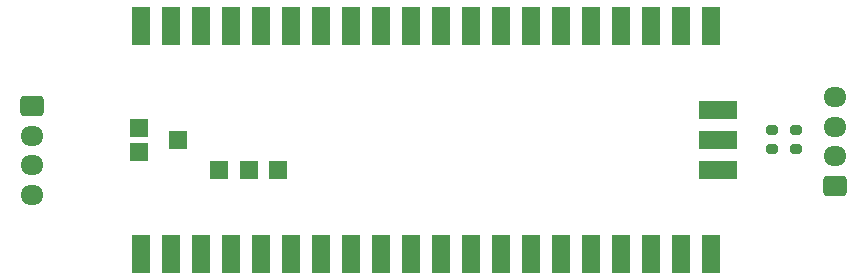
<source format=gbr>
%TF.GenerationSoftware,KiCad,Pcbnew,(6.0.6)*%
%TF.CreationDate,2022-08-15T12:46:33+09:00*%
%TF.ProjectId,aliss_03b,616c6973-735f-4303-9362-2e6b69636164,rev?*%
%TF.SameCoordinates,Original*%
%TF.FileFunction,Soldermask,Top*%
%TF.FilePolarity,Negative*%
%FSLAX46Y46*%
G04 Gerber Fmt 4.6, Leading zero omitted, Abs format (unit mm)*
G04 Created by KiCad (PCBNEW (6.0.6)) date 2022-08-15 12:46:33*
%MOMM*%
%LPD*%
G01*
G04 APERTURE LIST*
G04 Aperture macros list*
%AMRoundRect*
0 Rectangle with rounded corners*
0 $1 Rounding radius*
0 $2 $3 $4 $5 $6 $7 $8 $9 X,Y pos of 4 corners*
0 Add a 4 corners polygon primitive as box body*
4,1,4,$2,$3,$4,$5,$6,$7,$8,$9,$2,$3,0*
0 Add four circle primitives for the rounded corners*
1,1,$1+$1,$2,$3*
1,1,$1+$1,$4,$5*
1,1,$1+$1,$6,$7*
1,1,$1+$1,$8,$9*
0 Add four rect primitives between the rounded corners*
20,1,$1+$1,$2,$3,$4,$5,0*
20,1,$1+$1,$4,$5,$6,$7,0*
20,1,$1+$1,$6,$7,$8,$9,0*
20,1,$1+$1,$8,$9,$2,$3,0*%
G04 Aperture macros list end*
%ADD10RoundRect,0.200000X0.275000X-0.200000X0.275000X0.200000X-0.275000X0.200000X-0.275000X-0.200000X0*%
%ADD11R,1.600000X3.200000*%
%ADD12R,3.200000X1.600000*%
%ADD13R,1.500000X1.500000*%
%ADD14RoundRect,0.250000X-0.725000X0.600000X-0.725000X-0.600000X0.725000X-0.600000X0.725000X0.600000X0*%
%ADD15O,1.950000X1.700000*%
%ADD16RoundRect,0.250000X0.725000X-0.600000X0.725000X0.600000X-0.725000X0.600000X-0.725000X-0.600000X0*%
G04 APERTURE END LIST*
D10*
%TO.C,R*%
X148000000Y-99175000D03*
X148000000Y-100825000D03*
%TD*%
%TO.C,Rwe*%
X150000000Y-100825000D03*
X150000000Y-99175000D03*
%TD*%
D11*
%TO.C,J3*%
X94540000Y-109730000D03*
X97080000Y-109730000D03*
X99620000Y-109730000D03*
X102160000Y-109730000D03*
X104700000Y-109730000D03*
X107240000Y-109730000D03*
X109780000Y-109730000D03*
X112320000Y-109730000D03*
X114860000Y-109730000D03*
X117400000Y-109730000D03*
X119940000Y-109730000D03*
X122480000Y-109730000D03*
X125020000Y-109730000D03*
X127560000Y-109730000D03*
X130100000Y-109730000D03*
X132640000Y-109730000D03*
X135180000Y-109730000D03*
X137720000Y-109730000D03*
X140260000Y-109730000D03*
X142800000Y-109730000D03*
X142800000Y-90350000D03*
X140260000Y-90350000D03*
X137720000Y-90350000D03*
X135180000Y-90350000D03*
X132640000Y-90350000D03*
X130100000Y-90350000D03*
X127560000Y-90350000D03*
X125020000Y-90350000D03*
X122480000Y-90350000D03*
X119940000Y-90350000D03*
X117400000Y-90350000D03*
X114860000Y-90350000D03*
X112320000Y-90350000D03*
X109780000Y-90350000D03*
X107240000Y-90350000D03*
X104700000Y-90350000D03*
X102160000Y-90350000D03*
X99620000Y-90350000D03*
X97080000Y-90350000D03*
X94540000Y-90350000D03*
D12*
X143370000Y-102580000D03*
X143370000Y-100040000D03*
X143370000Y-97500000D03*
D13*
X97670000Y-100040000D03*
X94370000Y-99040000D03*
X94370000Y-101040000D03*
X101170000Y-102540000D03*
X103670000Y-102540000D03*
X106170000Y-102540000D03*
%TD*%
D14*
%TO.C,J2*%
X85327200Y-97196800D03*
D15*
X85327200Y-99696800D03*
X85327200Y-102196800D03*
X85327200Y-104696800D03*
%TD*%
D16*
%TO.C,J1*%
X153302400Y-103918600D03*
D15*
X153302400Y-101418600D03*
X153302400Y-98918600D03*
X153302400Y-96418600D03*
%TD*%
M02*

</source>
